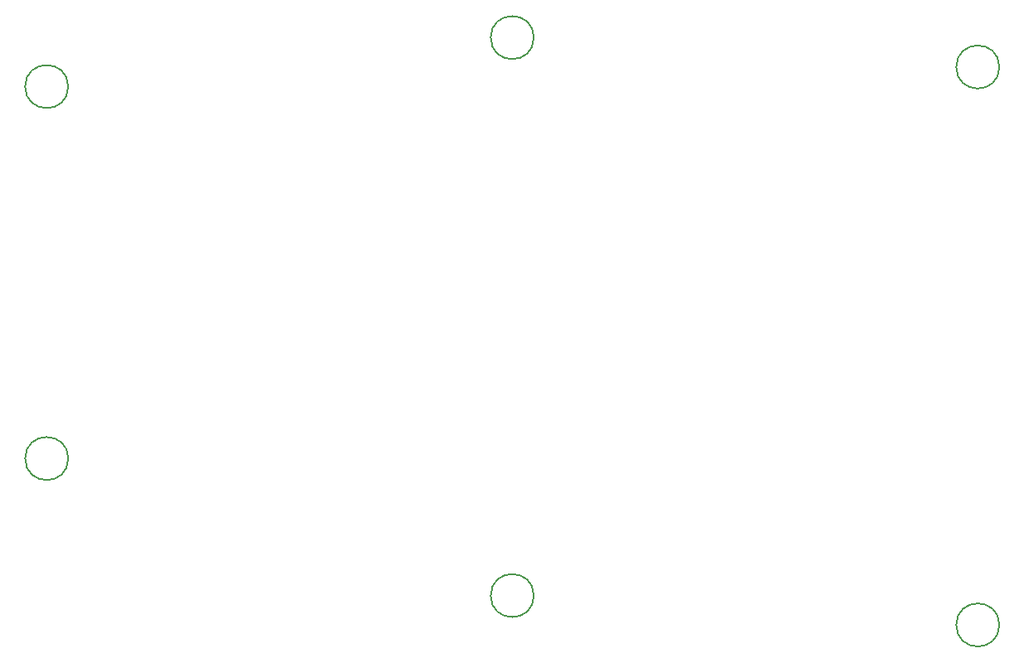
<source format=gbr>
%TF.GenerationSoftware,KiCad,Pcbnew,7.0.6*%
%TF.CreationDate,2023-09-02T14:35:45+09:00*%
%TF.ProjectId,ember_top_plate,656d6265-725f-4746-9f70-5f706c617465,rev?*%
%TF.SameCoordinates,Original*%
%TF.FileFunction,Other,Comment*%
%FSLAX46Y46*%
G04 Gerber Fmt 4.6, Leading zero omitted, Abs format (unit mm)*
G04 Created by KiCad (PCBNEW 7.0.6) date 2023-09-02 14:35:45*
%MOMM*%
%LPD*%
G01*
G04 APERTURE LIST*
%ADD10C,0.150000*%
G04 APERTURE END LIST*
D10*
%TO.C,H3*%
X72200000Y-113000000D02*
G75*
G03*
X72200000Y-113000000I-2200000J0D01*
G01*
%TO.C,H1*%
X72200000Y-75000000D02*
G75*
G03*
X72200000Y-75000000I-2200000J0D01*
G01*
%TO.C,H4*%
X167200000Y-73000000D02*
G75*
G03*
X167200000Y-73000000I-2200000J0D01*
G01*
%TO.C,H2*%
X167200000Y-130000000D02*
G75*
G03*
X167200000Y-130000000I-2200000J0D01*
G01*
%TO.C,H5*%
X119700000Y-127000000D02*
G75*
G03*
X119700000Y-127000000I-2200000J0D01*
G01*
%TO.C,H6*%
X119700000Y-70000000D02*
G75*
G03*
X119700000Y-70000000I-2200000J0D01*
G01*
%TD*%
M02*

</source>
